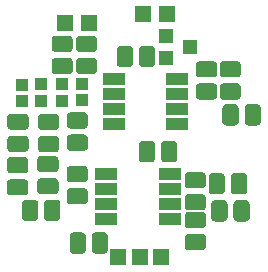
<source format=gts>
G04 #@! TF.GenerationSoftware,KiCad,Pcbnew,5.0.0*
G04 #@! TF.CreationDate,2018-09-10T00:09:20+02:00*
G04 #@! TF.ProjectId,preamp,707265616D702E6B696361645F706362,rev?*
G04 #@! TF.SameCoordinates,Original*
G04 #@! TF.FileFunction,Soldermask,Top*
G04 #@! TF.FilePolarity,Negative*
%FSLAX46Y46*%
G04 Gerber Fmt 4.6, Leading zero omitted, Abs format (unit mm)*
G04 Created by KiCad (PCBNEW 5.0.0) date Mon Sep 10 00:09:20 2018*
%MOMM*%
%LPD*%
G01*
G04 APERTURE LIST*
%ADD10C,0.100000*%
%ADD11C,1.375000*%
%ADD12R,1.300000X1.200000*%
%ADD13R,1.950000X1.000000*%
%ADD14R,1.400000X1.400000*%
%ADD15R,1.100000X1.000000*%
G04 APERTURE END LIST*
D10*
G04 #@! TO.C,C1*
G36*
X103383400Y-100206873D02*
X103416769Y-100211823D01*
X103449492Y-100220020D01*
X103481254Y-100231384D01*
X103511750Y-100245808D01*
X103540684Y-100263150D01*
X103567780Y-100283246D01*
X103592775Y-100305900D01*
X103615429Y-100330895D01*
X103635525Y-100357991D01*
X103652867Y-100386925D01*
X103667291Y-100417421D01*
X103678655Y-100449183D01*
X103686852Y-100481906D01*
X103691802Y-100515275D01*
X103693457Y-100548968D01*
X103693457Y-101661468D01*
X103691802Y-101695161D01*
X103686852Y-101728530D01*
X103678655Y-101761253D01*
X103667291Y-101793015D01*
X103652867Y-101823511D01*
X103635525Y-101852445D01*
X103615429Y-101879541D01*
X103592775Y-101904536D01*
X103567780Y-101927190D01*
X103540684Y-101947286D01*
X103511750Y-101964628D01*
X103481254Y-101979052D01*
X103449492Y-101990416D01*
X103416769Y-101998613D01*
X103383400Y-102003563D01*
X103349707Y-102005218D01*
X102662207Y-102005218D01*
X102628514Y-102003563D01*
X102595145Y-101998613D01*
X102562422Y-101990416D01*
X102530660Y-101979052D01*
X102500164Y-101964628D01*
X102471230Y-101947286D01*
X102444134Y-101927190D01*
X102419139Y-101904536D01*
X102396485Y-101879541D01*
X102376389Y-101852445D01*
X102359047Y-101823511D01*
X102344623Y-101793015D01*
X102333259Y-101761253D01*
X102325062Y-101728530D01*
X102320112Y-101695161D01*
X102318457Y-101661468D01*
X102318457Y-100548968D01*
X102320112Y-100515275D01*
X102325062Y-100481906D01*
X102333259Y-100449183D01*
X102344623Y-100417421D01*
X102359047Y-100386925D01*
X102376389Y-100357991D01*
X102396485Y-100330895D01*
X102419139Y-100305900D01*
X102444134Y-100283246D01*
X102471230Y-100263150D01*
X102500164Y-100245808D01*
X102530660Y-100231384D01*
X102562422Y-100220020D01*
X102595145Y-100211823D01*
X102628514Y-100206873D01*
X102662207Y-100205218D01*
X103349707Y-100205218D01*
X103383400Y-100206873D01*
X103383400Y-100206873D01*
G37*
D11*
X103005957Y-101105218D03*
D10*
G36*
X101508400Y-100206873D02*
X101541769Y-100211823D01*
X101574492Y-100220020D01*
X101606254Y-100231384D01*
X101636750Y-100245808D01*
X101665684Y-100263150D01*
X101692780Y-100283246D01*
X101717775Y-100305900D01*
X101740429Y-100330895D01*
X101760525Y-100357991D01*
X101777867Y-100386925D01*
X101792291Y-100417421D01*
X101803655Y-100449183D01*
X101811852Y-100481906D01*
X101816802Y-100515275D01*
X101818457Y-100548968D01*
X101818457Y-101661468D01*
X101816802Y-101695161D01*
X101811852Y-101728530D01*
X101803655Y-101761253D01*
X101792291Y-101793015D01*
X101777867Y-101823511D01*
X101760525Y-101852445D01*
X101740429Y-101879541D01*
X101717775Y-101904536D01*
X101692780Y-101927190D01*
X101665684Y-101947286D01*
X101636750Y-101964628D01*
X101606254Y-101979052D01*
X101574492Y-101990416D01*
X101541769Y-101998613D01*
X101508400Y-102003563D01*
X101474707Y-102005218D01*
X100787207Y-102005218D01*
X100753514Y-102003563D01*
X100720145Y-101998613D01*
X100687422Y-101990416D01*
X100655660Y-101979052D01*
X100625164Y-101964628D01*
X100596230Y-101947286D01*
X100569134Y-101927190D01*
X100544139Y-101904536D01*
X100521485Y-101879541D01*
X100501389Y-101852445D01*
X100484047Y-101823511D01*
X100469623Y-101793015D01*
X100458259Y-101761253D01*
X100450062Y-101728530D01*
X100445112Y-101695161D01*
X100443457Y-101661468D01*
X100443457Y-100548968D01*
X100445112Y-100515275D01*
X100450062Y-100481906D01*
X100458259Y-100449183D01*
X100469623Y-100417421D01*
X100484047Y-100386925D01*
X100501389Y-100357991D01*
X100521485Y-100330895D01*
X100544139Y-100305900D01*
X100569134Y-100283246D01*
X100596230Y-100263150D01*
X100625164Y-100245808D01*
X100655660Y-100231384D01*
X100687422Y-100220020D01*
X100720145Y-100211823D01*
X100753514Y-100206873D01*
X100787207Y-100205218D01*
X101474707Y-100205218D01*
X101508400Y-100206873D01*
X101508400Y-100206873D01*
G37*
D11*
X101130957Y-101105218D03*
G04 #@! TD*
D10*
G04 #@! TO.C,C2*
G36*
X90771200Y-101564673D02*
X90804569Y-101569623D01*
X90837292Y-101577820D01*
X90869054Y-101589184D01*
X90899550Y-101603608D01*
X90928484Y-101620950D01*
X90955580Y-101641046D01*
X90980575Y-101663700D01*
X91003229Y-101688695D01*
X91023325Y-101715791D01*
X91040667Y-101744725D01*
X91055091Y-101775221D01*
X91066455Y-101806983D01*
X91074652Y-101839706D01*
X91079602Y-101873075D01*
X91081257Y-101906768D01*
X91081257Y-102594268D01*
X91079602Y-102627961D01*
X91074652Y-102661330D01*
X91066455Y-102694053D01*
X91055091Y-102725815D01*
X91040667Y-102756311D01*
X91023325Y-102785245D01*
X91003229Y-102812341D01*
X90980575Y-102837336D01*
X90955580Y-102859990D01*
X90928484Y-102880086D01*
X90899550Y-102897428D01*
X90869054Y-102911852D01*
X90837292Y-102923216D01*
X90804569Y-102931413D01*
X90771200Y-102936363D01*
X90737507Y-102938018D01*
X89625007Y-102938018D01*
X89591314Y-102936363D01*
X89557945Y-102931413D01*
X89525222Y-102923216D01*
X89493460Y-102911852D01*
X89462964Y-102897428D01*
X89434030Y-102880086D01*
X89406934Y-102859990D01*
X89381939Y-102837336D01*
X89359285Y-102812341D01*
X89339189Y-102785245D01*
X89321847Y-102756311D01*
X89307423Y-102725815D01*
X89296059Y-102694053D01*
X89287862Y-102661330D01*
X89282912Y-102627961D01*
X89281257Y-102594268D01*
X89281257Y-101906768D01*
X89282912Y-101873075D01*
X89287862Y-101839706D01*
X89296059Y-101806983D01*
X89307423Y-101775221D01*
X89321847Y-101744725D01*
X89339189Y-101715791D01*
X89359285Y-101688695D01*
X89381939Y-101663700D01*
X89406934Y-101641046D01*
X89434030Y-101620950D01*
X89462964Y-101603608D01*
X89493460Y-101589184D01*
X89525222Y-101577820D01*
X89557945Y-101569623D01*
X89591314Y-101564673D01*
X89625007Y-101563018D01*
X90737507Y-101563018D01*
X90771200Y-101564673D01*
X90771200Y-101564673D01*
G37*
D11*
X90181257Y-102250518D03*
D10*
G36*
X90771200Y-103439673D02*
X90804569Y-103444623D01*
X90837292Y-103452820D01*
X90869054Y-103464184D01*
X90899550Y-103478608D01*
X90928484Y-103495950D01*
X90955580Y-103516046D01*
X90980575Y-103538700D01*
X91003229Y-103563695D01*
X91023325Y-103590791D01*
X91040667Y-103619725D01*
X91055091Y-103650221D01*
X91066455Y-103681983D01*
X91074652Y-103714706D01*
X91079602Y-103748075D01*
X91081257Y-103781768D01*
X91081257Y-104469268D01*
X91079602Y-104502961D01*
X91074652Y-104536330D01*
X91066455Y-104569053D01*
X91055091Y-104600815D01*
X91040667Y-104631311D01*
X91023325Y-104660245D01*
X91003229Y-104687341D01*
X90980575Y-104712336D01*
X90955580Y-104734990D01*
X90928484Y-104755086D01*
X90899550Y-104772428D01*
X90869054Y-104786852D01*
X90837292Y-104798216D01*
X90804569Y-104806413D01*
X90771200Y-104811363D01*
X90737507Y-104813018D01*
X89625007Y-104813018D01*
X89591314Y-104811363D01*
X89557945Y-104806413D01*
X89525222Y-104798216D01*
X89493460Y-104786852D01*
X89462964Y-104772428D01*
X89434030Y-104755086D01*
X89406934Y-104734990D01*
X89381939Y-104712336D01*
X89359285Y-104687341D01*
X89339189Y-104660245D01*
X89321847Y-104631311D01*
X89307423Y-104600815D01*
X89296059Y-104569053D01*
X89287862Y-104536330D01*
X89282912Y-104502961D01*
X89281257Y-104469268D01*
X89281257Y-103781768D01*
X89282912Y-103748075D01*
X89287862Y-103714706D01*
X89296059Y-103681983D01*
X89307423Y-103650221D01*
X89321847Y-103619725D01*
X89339189Y-103590791D01*
X89359285Y-103563695D01*
X89381939Y-103538700D01*
X89406934Y-103516046D01*
X89434030Y-103495950D01*
X89462964Y-103478608D01*
X89493460Y-103464184D01*
X89525222Y-103452820D01*
X89557945Y-103444623D01*
X89591314Y-103439673D01*
X89625007Y-103438018D01*
X90737507Y-103438018D01*
X90771200Y-103439673D01*
X90771200Y-103439673D01*
G37*
D11*
X90181257Y-104125518D03*
G04 #@! TD*
D10*
G04 #@! TO.C,C3*
G36*
X106761943Y-93448855D02*
X106795312Y-93453805D01*
X106828035Y-93462002D01*
X106859797Y-93473366D01*
X106890293Y-93487790D01*
X106919227Y-93505132D01*
X106946323Y-93525228D01*
X106971318Y-93547882D01*
X106993972Y-93572877D01*
X107014068Y-93599973D01*
X107031410Y-93628907D01*
X107045834Y-93659403D01*
X107057198Y-93691165D01*
X107065395Y-93723888D01*
X107070345Y-93757257D01*
X107072000Y-93790950D01*
X107072000Y-94478450D01*
X107070345Y-94512143D01*
X107065395Y-94545512D01*
X107057198Y-94578235D01*
X107045834Y-94609997D01*
X107031410Y-94640493D01*
X107014068Y-94669427D01*
X106993972Y-94696523D01*
X106971318Y-94721518D01*
X106946323Y-94744172D01*
X106919227Y-94764268D01*
X106890293Y-94781610D01*
X106859797Y-94796034D01*
X106828035Y-94807398D01*
X106795312Y-94815595D01*
X106761943Y-94820545D01*
X106728250Y-94822200D01*
X105615750Y-94822200D01*
X105582057Y-94820545D01*
X105548688Y-94815595D01*
X105515965Y-94807398D01*
X105484203Y-94796034D01*
X105453707Y-94781610D01*
X105424773Y-94764268D01*
X105397677Y-94744172D01*
X105372682Y-94721518D01*
X105350028Y-94696523D01*
X105329932Y-94669427D01*
X105312590Y-94640493D01*
X105298166Y-94609997D01*
X105286802Y-94578235D01*
X105278605Y-94545512D01*
X105273655Y-94512143D01*
X105272000Y-94478450D01*
X105272000Y-93790950D01*
X105273655Y-93757257D01*
X105278605Y-93723888D01*
X105286802Y-93691165D01*
X105298166Y-93659403D01*
X105312590Y-93628907D01*
X105329932Y-93599973D01*
X105350028Y-93572877D01*
X105372682Y-93547882D01*
X105397677Y-93525228D01*
X105424773Y-93505132D01*
X105453707Y-93487790D01*
X105484203Y-93473366D01*
X105515965Y-93462002D01*
X105548688Y-93453805D01*
X105582057Y-93448855D01*
X105615750Y-93447200D01*
X106728250Y-93447200D01*
X106761943Y-93448855D01*
X106761943Y-93448855D01*
G37*
D11*
X106172000Y-94134700D03*
D10*
G36*
X106761943Y-95323855D02*
X106795312Y-95328805D01*
X106828035Y-95337002D01*
X106859797Y-95348366D01*
X106890293Y-95362790D01*
X106919227Y-95380132D01*
X106946323Y-95400228D01*
X106971318Y-95422882D01*
X106993972Y-95447877D01*
X107014068Y-95474973D01*
X107031410Y-95503907D01*
X107045834Y-95534403D01*
X107057198Y-95566165D01*
X107065395Y-95598888D01*
X107070345Y-95632257D01*
X107072000Y-95665950D01*
X107072000Y-96353450D01*
X107070345Y-96387143D01*
X107065395Y-96420512D01*
X107057198Y-96453235D01*
X107045834Y-96484997D01*
X107031410Y-96515493D01*
X107014068Y-96544427D01*
X106993972Y-96571523D01*
X106971318Y-96596518D01*
X106946323Y-96619172D01*
X106919227Y-96639268D01*
X106890293Y-96656610D01*
X106859797Y-96671034D01*
X106828035Y-96682398D01*
X106795312Y-96690595D01*
X106761943Y-96695545D01*
X106728250Y-96697200D01*
X105615750Y-96697200D01*
X105582057Y-96695545D01*
X105548688Y-96690595D01*
X105515965Y-96682398D01*
X105484203Y-96671034D01*
X105453707Y-96656610D01*
X105424773Y-96639268D01*
X105397677Y-96619172D01*
X105372682Y-96596518D01*
X105350028Y-96571523D01*
X105329932Y-96544427D01*
X105312590Y-96515493D01*
X105298166Y-96484997D01*
X105286802Y-96453235D01*
X105278605Y-96420512D01*
X105273655Y-96387143D01*
X105272000Y-96353450D01*
X105272000Y-95665950D01*
X105273655Y-95632257D01*
X105278605Y-95598888D01*
X105286802Y-95566165D01*
X105298166Y-95534403D01*
X105312590Y-95503907D01*
X105329932Y-95474973D01*
X105350028Y-95447877D01*
X105372682Y-95422882D01*
X105397677Y-95400228D01*
X105424773Y-95380132D01*
X105453707Y-95362790D01*
X105484203Y-95348366D01*
X105515965Y-95337002D01*
X105548688Y-95328805D01*
X105582057Y-95323855D01*
X105615750Y-95322200D01*
X106728250Y-95322200D01*
X106761943Y-95323855D01*
X106761943Y-95323855D01*
G37*
D11*
X106172000Y-96009700D03*
G04 #@! TD*
D10*
G04 #@! TO.C,C4*
G36*
X95825800Y-97780073D02*
X95859169Y-97785023D01*
X95891892Y-97793220D01*
X95923654Y-97804584D01*
X95954150Y-97819008D01*
X95983084Y-97836350D01*
X96010180Y-97856446D01*
X96035175Y-97879100D01*
X96057829Y-97904095D01*
X96077925Y-97931191D01*
X96095267Y-97960125D01*
X96109691Y-97990621D01*
X96121055Y-98022383D01*
X96129252Y-98055106D01*
X96134202Y-98088475D01*
X96135857Y-98122168D01*
X96135857Y-98809668D01*
X96134202Y-98843361D01*
X96129252Y-98876730D01*
X96121055Y-98909453D01*
X96109691Y-98941215D01*
X96095267Y-98971711D01*
X96077925Y-99000645D01*
X96057829Y-99027741D01*
X96035175Y-99052736D01*
X96010180Y-99075390D01*
X95983084Y-99095486D01*
X95954150Y-99112828D01*
X95923654Y-99127252D01*
X95891892Y-99138616D01*
X95859169Y-99146813D01*
X95825800Y-99151763D01*
X95792107Y-99153418D01*
X94679607Y-99153418D01*
X94645914Y-99151763D01*
X94612545Y-99146813D01*
X94579822Y-99138616D01*
X94548060Y-99127252D01*
X94517564Y-99112828D01*
X94488630Y-99095486D01*
X94461534Y-99075390D01*
X94436539Y-99052736D01*
X94413885Y-99027741D01*
X94393789Y-99000645D01*
X94376447Y-98971711D01*
X94362023Y-98941215D01*
X94350659Y-98909453D01*
X94342462Y-98876730D01*
X94337512Y-98843361D01*
X94335857Y-98809668D01*
X94335857Y-98122168D01*
X94337512Y-98088475D01*
X94342462Y-98055106D01*
X94350659Y-98022383D01*
X94362023Y-97990621D01*
X94376447Y-97960125D01*
X94393789Y-97931191D01*
X94413885Y-97904095D01*
X94436539Y-97879100D01*
X94461534Y-97856446D01*
X94488630Y-97836350D01*
X94517564Y-97819008D01*
X94548060Y-97804584D01*
X94579822Y-97793220D01*
X94612545Y-97785023D01*
X94645914Y-97780073D01*
X94679607Y-97778418D01*
X95792107Y-97778418D01*
X95825800Y-97780073D01*
X95825800Y-97780073D01*
G37*
D11*
X95235857Y-98465918D03*
D10*
G36*
X95825800Y-99655073D02*
X95859169Y-99660023D01*
X95891892Y-99668220D01*
X95923654Y-99679584D01*
X95954150Y-99694008D01*
X95983084Y-99711350D01*
X96010180Y-99731446D01*
X96035175Y-99754100D01*
X96057829Y-99779095D01*
X96077925Y-99806191D01*
X96095267Y-99835125D01*
X96109691Y-99865621D01*
X96121055Y-99897383D01*
X96129252Y-99930106D01*
X96134202Y-99963475D01*
X96135857Y-99997168D01*
X96135857Y-100684668D01*
X96134202Y-100718361D01*
X96129252Y-100751730D01*
X96121055Y-100784453D01*
X96109691Y-100816215D01*
X96095267Y-100846711D01*
X96077925Y-100875645D01*
X96057829Y-100902741D01*
X96035175Y-100927736D01*
X96010180Y-100950390D01*
X95983084Y-100970486D01*
X95954150Y-100987828D01*
X95923654Y-101002252D01*
X95891892Y-101013616D01*
X95859169Y-101021813D01*
X95825800Y-101026763D01*
X95792107Y-101028418D01*
X94679607Y-101028418D01*
X94645914Y-101026763D01*
X94612545Y-101021813D01*
X94579822Y-101013616D01*
X94548060Y-101002252D01*
X94517564Y-100987828D01*
X94488630Y-100970486D01*
X94461534Y-100950390D01*
X94436539Y-100927736D01*
X94413885Y-100902741D01*
X94393789Y-100875645D01*
X94376447Y-100846711D01*
X94362023Y-100816215D01*
X94350659Y-100784453D01*
X94342462Y-100751730D01*
X94337512Y-100718361D01*
X94335857Y-100684668D01*
X94335857Y-99997168D01*
X94337512Y-99963475D01*
X94342462Y-99930106D01*
X94350659Y-99897383D01*
X94362023Y-99865621D01*
X94376447Y-99835125D01*
X94393789Y-99806191D01*
X94413885Y-99779095D01*
X94436539Y-99754100D01*
X94461534Y-99731446D01*
X94488630Y-99711350D01*
X94517564Y-99694008D01*
X94548060Y-99679584D01*
X94579822Y-99668220D01*
X94612545Y-99660023D01*
X94645914Y-99655073D01*
X94679607Y-99653418D01*
X95792107Y-99653418D01*
X95825800Y-99655073D01*
X95825800Y-99655073D01*
G37*
D11*
X95235857Y-100340918D03*
G04 #@! TD*
D10*
G04 #@! TO.C,C5*
G36*
X93336600Y-103340373D02*
X93369969Y-103345323D01*
X93402692Y-103353520D01*
X93434454Y-103364884D01*
X93464950Y-103379308D01*
X93493884Y-103396650D01*
X93520980Y-103416746D01*
X93545975Y-103439400D01*
X93568629Y-103464395D01*
X93588725Y-103491491D01*
X93606067Y-103520425D01*
X93620491Y-103550921D01*
X93631855Y-103582683D01*
X93640052Y-103615406D01*
X93645002Y-103648775D01*
X93646657Y-103682468D01*
X93646657Y-104369968D01*
X93645002Y-104403661D01*
X93640052Y-104437030D01*
X93631855Y-104469753D01*
X93620491Y-104501515D01*
X93606067Y-104532011D01*
X93588725Y-104560945D01*
X93568629Y-104588041D01*
X93545975Y-104613036D01*
X93520980Y-104635690D01*
X93493884Y-104655786D01*
X93464950Y-104673128D01*
X93434454Y-104687552D01*
X93402692Y-104698916D01*
X93369969Y-104707113D01*
X93336600Y-104712063D01*
X93302907Y-104713718D01*
X92190407Y-104713718D01*
X92156714Y-104712063D01*
X92123345Y-104707113D01*
X92090622Y-104698916D01*
X92058860Y-104687552D01*
X92028364Y-104673128D01*
X91999430Y-104655786D01*
X91972334Y-104635690D01*
X91947339Y-104613036D01*
X91924685Y-104588041D01*
X91904589Y-104560945D01*
X91887247Y-104532011D01*
X91872823Y-104501515D01*
X91861459Y-104469753D01*
X91853262Y-104437030D01*
X91848312Y-104403661D01*
X91846657Y-104369968D01*
X91846657Y-103682468D01*
X91848312Y-103648775D01*
X91853262Y-103615406D01*
X91861459Y-103582683D01*
X91872823Y-103550921D01*
X91887247Y-103520425D01*
X91904589Y-103491491D01*
X91924685Y-103464395D01*
X91947339Y-103439400D01*
X91972334Y-103416746D01*
X91999430Y-103396650D01*
X92028364Y-103379308D01*
X92058860Y-103364884D01*
X92090622Y-103353520D01*
X92123345Y-103345323D01*
X92156714Y-103340373D01*
X92190407Y-103338718D01*
X93302907Y-103338718D01*
X93336600Y-103340373D01*
X93336600Y-103340373D01*
G37*
D11*
X92746657Y-104026218D03*
D10*
G36*
X93336600Y-101465373D02*
X93369969Y-101470323D01*
X93402692Y-101478520D01*
X93434454Y-101489884D01*
X93464950Y-101504308D01*
X93493884Y-101521650D01*
X93520980Y-101541746D01*
X93545975Y-101564400D01*
X93568629Y-101589395D01*
X93588725Y-101616491D01*
X93606067Y-101645425D01*
X93620491Y-101675921D01*
X93631855Y-101707683D01*
X93640052Y-101740406D01*
X93645002Y-101773775D01*
X93646657Y-101807468D01*
X93646657Y-102494968D01*
X93645002Y-102528661D01*
X93640052Y-102562030D01*
X93631855Y-102594753D01*
X93620491Y-102626515D01*
X93606067Y-102657011D01*
X93588725Y-102685945D01*
X93568629Y-102713041D01*
X93545975Y-102738036D01*
X93520980Y-102760690D01*
X93493884Y-102780786D01*
X93464950Y-102798128D01*
X93434454Y-102812552D01*
X93402692Y-102823916D01*
X93369969Y-102832113D01*
X93336600Y-102837063D01*
X93302907Y-102838718D01*
X92190407Y-102838718D01*
X92156714Y-102837063D01*
X92123345Y-102832113D01*
X92090622Y-102823916D01*
X92058860Y-102812552D01*
X92028364Y-102798128D01*
X91999430Y-102780786D01*
X91972334Y-102760690D01*
X91947339Y-102738036D01*
X91924685Y-102713041D01*
X91904589Y-102685945D01*
X91887247Y-102657011D01*
X91872823Y-102626515D01*
X91861459Y-102594753D01*
X91853262Y-102562030D01*
X91848312Y-102528661D01*
X91846657Y-102494968D01*
X91846657Y-101807468D01*
X91848312Y-101773775D01*
X91853262Y-101740406D01*
X91861459Y-101707683D01*
X91872823Y-101675921D01*
X91887247Y-101645425D01*
X91904589Y-101616491D01*
X91924685Y-101589395D01*
X91947339Y-101564400D01*
X91972334Y-101541746D01*
X91999430Y-101521650D01*
X92028364Y-101504308D01*
X92058860Y-101489884D01*
X92090622Y-101478520D01*
X92123345Y-101470323D01*
X92156714Y-101465373D01*
X92190407Y-101463718D01*
X93302907Y-101463718D01*
X93336600Y-101465373D01*
X93336600Y-101465373D01*
G37*
D11*
X92746657Y-102151218D03*
G04 #@! TD*
D10*
G04 #@! TO.C,C6*
G36*
X101517943Y-92141855D02*
X101551312Y-92146805D01*
X101584035Y-92155002D01*
X101615797Y-92166366D01*
X101646293Y-92180790D01*
X101675227Y-92198132D01*
X101702323Y-92218228D01*
X101727318Y-92240882D01*
X101749972Y-92265877D01*
X101770068Y-92292973D01*
X101787410Y-92321907D01*
X101801834Y-92352403D01*
X101813198Y-92384165D01*
X101821395Y-92416888D01*
X101826345Y-92450257D01*
X101828000Y-92483950D01*
X101828000Y-93596450D01*
X101826345Y-93630143D01*
X101821395Y-93663512D01*
X101813198Y-93696235D01*
X101801834Y-93727997D01*
X101787410Y-93758493D01*
X101770068Y-93787427D01*
X101749972Y-93814523D01*
X101727318Y-93839518D01*
X101702323Y-93862172D01*
X101675227Y-93882268D01*
X101646293Y-93899610D01*
X101615797Y-93914034D01*
X101584035Y-93925398D01*
X101551312Y-93933595D01*
X101517943Y-93938545D01*
X101484250Y-93940200D01*
X100796750Y-93940200D01*
X100763057Y-93938545D01*
X100729688Y-93933595D01*
X100696965Y-93925398D01*
X100665203Y-93914034D01*
X100634707Y-93899610D01*
X100605773Y-93882268D01*
X100578677Y-93862172D01*
X100553682Y-93839518D01*
X100531028Y-93814523D01*
X100510932Y-93787427D01*
X100493590Y-93758493D01*
X100479166Y-93727997D01*
X100467802Y-93696235D01*
X100459605Y-93663512D01*
X100454655Y-93630143D01*
X100453000Y-93596450D01*
X100453000Y-92483950D01*
X100454655Y-92450257D01*
X100459605Y-92416888D01*
X100467802Y-92384165D01*
X100479166Y-92352403D01*
X100493590Y-92321907D01*
X100510932Y-92292973D01*
X100531028Y-92265877D01*
X100553682Y-92240882D01*
X100578677Y-92218228D01*
X100605773Y-92198132D01*
X100634707Y-92180790D01*
X100665203Y-92166366D01*
X100696965Y-92155002D01*
X100729688Y-92146805D01*
X100763057Y-92141855D01*
X100796750Y-92140200D01*
X101484250Y-92140200D01*
X101517943Y-92141855D01*
X101517943Y-92141855D01*
G37*
D11*
X101140500Y-93040200D03*
D10*
G36*
X99642943Y-92141855D02*
X99676312Y-92146805D01*
X99709035Y-92155002D01*
X99740797Y-92166366D01*
X99771293Y-92180790D01*
X99800227Y-92198132D01*
X99827323Y-92218228D01*
X99852318Y-92240882D01*
X99874972Y-92265877D01*
X99895068Y-92292973D01*
X99912410Y-92321907D01*
X99926834Y-92352403D01*
X99938198Y-92384165D01*
X99946395Y-92416888D01*
X99951345Y-92450257D01*
X99953000Y-92483950D01*
X99953000Y-93596450D01*
X99951345Y-93630143D01*
X99946395Y-93663512D01*
X99938198Y-93696235D01*
X99926834Y-93727997D01*
X99912410Y-93758493D01*
X99895068Y-93787427D01*
X99874972Y-93814523D01*
X99852318Y-93839518D01*
X99827323Y-93862172D01*
X99800227Y-93882268D01*
X99771293Y-93899610D01*
X99740797Y-93914034D01*
X99709035Y-93925398D01*
X99676312Y-93933595D01*
X99642943Y-93938545D01*
X99609250Y-93940200D01*
X98921750Y-93940200D01*
X98888057Y-93938545D01*
X98854688Y-93933595D01*
X98821965Y-93925398D01*
X98790203Y-93914034D01*
X98759707Y-93899610D01*
X98730773Y-93882268D01*
X98703677Y-93862172D01*
X98678682Y-93839518D01*
X98656028Y-93814523D01*
X98635932Y-93787427D01*
X98618590Y-93758493D01*
X98604166Y-93727997D01*
X98592802Y-93696235D01*
X98584605Y-93663512D01*
X98579655Y-93630143D01*
X98578000Y-93596450D01*
X98578000Y-92483950D01*
X98579655Y-92450257D01*
X98584605Y-92416888D01*
X98592802Y-92384165D01*
X98604166Y-92352403D01*
X98618590Y-92321907D01*
X98635932Y-92292973D01*
X98656028Y-92265877D01*
X98678682Y-92240882D01*
X98703677Y-92218228D01*
X98730773Y-92198132D01*
X98759707Y-92180790D01*
X98790203Y-92166366D01*
X98821965Y-92155002D01*
X98854688Y-92146805D01*
X98888057Y-92141855D01*
X98921750Y-92140200D01*
X99609250Y-92140200D01*
X99642943Y-92141855D01*
X99642943Y-92141855D01*
G37*
D11*
X99265500Y-93040200D03*
G04 #@! TD*
D10*
G04 #@! TO.C,C7*
G36*
X97517443Y-107940655D02*
X97550812Y-107945605D01*
X97583535Y-107953802D01*
X97615297Y-107965166D01*
X97645793Y-107979590D01*
X97674727Y-107996932D01*
X97701823Y-108017028D01*
X97726818Y-108039682D01*
X97749472Y-108064677D01*
X97769568Y-108091773D01*
X97786910Y-108120707D01*
X97801334Y-108151203D01*
X97812698Y-108182965D01*
X97820895Y-108215688D01*
X97825845Y-108249057D01*
X97827500Y-108282750D01*
X97827500Y-109395250D01*
X97825845Y-109428943D01*
X97820895Y-109462312D01*
X97812698Y-109495035D01*
X97801334Y-109526797D01*
X97786910Y-109557293D01*
X97769568Y-109586227D01*
X97749472Y-109613323D01*
X97726818Y-109638318D01*
X97701823Y-109660972D01*
X97674727Y-109681068D01*
X97645793Y-109698410D01*
X97615297Y-109712834D01*
X97583535Y-109724198D01*
X97550812Y-109732395D01*
X97517443Y-109737345D01*
X97483750Y-109739000D01*
X96796250Y-109739000D01*
X96762557Y-109737345D01*
X96729188Y-109732395D01*
X96696465Y-109724198D01*
X96664703Y-109712834D01*
X96634207Y-109698410D01*
X96605273Y-109681068D01*
X96578177Y-109660972D01*
X96553182Y-109638318D01*
X96530528Y-109613323D01*
X96510432Y-109586227D01*
X96493090Y-109557293D01*
X96478666Y-109526797D01*
X96467302Y-109495035D01*
X96459105Y-109462312D01*
X96454155Y-109428943D01*
X96452500Y-109395250D01*
X96452500Y-108282750D01*
X96454155Y-108249057D01*
X96459105Y-108215688D01*
X96467302Y-108182965D01*
X96478666Y-108151203D01*
X96493090Y-108120707D01*
X96510432Y-108091773D01*
X96530528Y-108064677D01*
X96553182Y-108039682D01*
X96578177Y-108017028D01*
X96605273Y-107996932D01*
X96634207Y-107979590D01*
X96664703Y-107965166D01*
X96696465Y-107953802D01*
X96729188Y-107945605D01*
X96762557Y-107940655D01*
X96796250Y-107939000D01*
X97483750Y-107939000D01*
X97517443Y-107940655D01*
X97517443Y-107940655D01*
G37*
D11*
X97140000Y-108839000D03*
D10*
G36*
X95642443Y-107940655D02*
X95675812Y-107945605D01*
X95708535Y-107953802D01*
X95740297Y-107965166D01*
X95770793Y-107979590D01*
X95799727Y-107996932D01*
X95826823Y-108017028D01*
X95851818Y-108039682D01*
X95874472Y-108064677D01*
X95894568Y-108091773D01*
X95911910Y-108120707D01*
X95926334Y-108151203D01*
X95937698Y-108182965D01*
X95945895Y-108215688D01*
X95950845Y-108249057D01*
X95952500Y-108282750D01*
X95952500Y-109395250D01*
X95950845Y-109428943D01*
X95945895Y-109462312D01*
X95937698Y-109495035D01*
X95926334Y-109526797D01*
X95911910Y-109557293D01*
X95894568Y-109586227D01*
X95874472Y-109613323D01*
X95851818Y-109638318D01*
X95826823Y-109660972D01*
X95799727Y-109681068D01*
X95770793Y-109698410D01*
X95740297Y-109712834D01*
X95708535Y-109724198D01*
X95675812Y-109732395D01*
X95642443Y-109737345D01*
X95608750Y-109739000D01*
X94921250Y-109739000D01*
X94887557Y-109737345D01*
X94854188Y-109732395D01*
X94821465Y-109724198D01*
X94789703Y-109712834D01*
X94759207Y-109698410D01*
X94730273Y-109681068D01*
X94703177Y-109660972D01*
X94678182Y-109638318D01*
X94655528Y-109613323D01*
X94635432Y-109586227D01*
X94618090Y-109557293D01*
X94603666Y-109526797D01*
X94592302Y-109495035D01*
X94584105Y-109462312D01*
X94579155Y-109428943D01*
X94577500Y-109395250D01*
X94577500Y-108282750D01*
X94579155Y-108249057D01*
X94584105Y-108215688D01*
X94592302Y-108182965D01*
X94603666Y-108151203D01*
X94618090Y-108120707D01*
X94635432Y-108091773D01*
X94655528Y-108064677D01*
X94678182Y-108039682D01*
X94703177Y-108017028D01*
X94730273Y-107996932D01*
X94759207Y-107979590D01*
X94789703Y-107965166D01*
X94821465Y-107953802D01*
X94854188Y-107945605D01*
X94887557Y-107940655D01*
X94921250Y-107939000D01*
X95608750Y-107939000D01*
X95642443Y-107940655D01*
X95642443Y-107940655D01*
G37*
D11*
X95265000Y-108839000D03*
G04 #@! TD*
D10*
G04 #@! TO.C,C8*
G36*
X109518943Y-105222855D02*
X109552312Y-105227805D01*
X109585035Y-105236002D01*
X109616797Y-105247366D01*
X109647293Y-105261790D01*
X109676227Y-105279132D01*
X109703323Y-105299228D01*
X109728318Y-105321882D01*
X109750972Y-105346877D01*
X109771068Y-105373973D01*
X109788410Y-105402907D01*
X109802834Y-105433403D01*
X109814198Y-105465165D01*
X109822395Y-105497888D01*
X109827345Y-105531257D01*
X109829000Y-105564950D01*
X109829000Y-106677450D01*
X109827345Y-106711143D01*
X109822395Y-106744512D01*
X109814198Y-106777235D01*
X109802834Y-106808997D01*
X109788410Y-106839493D01*
X109771068Y-106868427D01*
X109750972Y-106895523D01*
X109728318Y-106920518D01*
X109703323Y-106943172D01*
X109676227Y-106963268D01*
X109647293Y-106980610D01*
X109616797Y-106995034D01*
X109585035Y-107006398D01*
X109552312Y-107014595D01*
X109518943Y-107019545D01*
X109485250Y-107021200D01*
X108797750Y-107021200D01*
X108764057Y-107019545D01*
X108730688Y-107014595D01*
X108697965Y-107006398D01*
X108666203Y-106995034D01*
X108635707Y-106980610D01*
X108606773Y-106963268D01*
X108579677Y-106943172D01*
X108554682Y-106920518D01*
X108532028Y-106895523D01*
X108511932Y-106868427D01*
X108494590Y-106839493D01*
X108480166Y-106808997D01*
X108468802Y-106777235D01*
X108460605Y-106744512D01*
X108455655Y-106711143D01*
X108454000Y-106677450D01*
X108454000Y-105564950D01*
X108455655Y-105531257D01*
X108460605Y-105497888D01*
X108468802Y-105465165D01*
X108480166Y-105433403D01*
X108494590Y-105402907D01*
X108511932Y-105373973D01*
X108532028Y-105346877D01*
X108554682Y-105321882D01*
X108579677Y-105299228D01*
X108606773Y-105279132D01*
X108635707Y-105261790D01*
X108666203Y-105247366D01*
X108697965Y-105236002D01*
X108730688Y-105227805D01*
X108764057Y-105222855D01*
X108797750Y-105221200D01*
X109485250Y-105221200D01*
X109518943Y-105222855D01*
X109518943Y-105222855D01*
G37*
D11*
X109141500Y-106121200D03*
D10*
G36*
X107643943Y-105222855D02*
X107677312Y-105227805D01*
X107710035Y-105236002D01*
X107741797Y-105247366D01*
X107772293Y-105261790D01*
X107801227Y-105279132D01*
X107828323Y-105299228D01*
X107853318Y-105321882D01*
X107875972Y-105346877D01*
X107896068Y-105373973D01*
X107913410Y-105402907D01*
X107927834Y-105433403D01*
X107939198Y-105465165D01*
X107947395Y-105497888D01*
X107952345Y-105531257D01*
X107954000Y-105564950D01*
X107954000Y-106677450D01*
X107952345Y-106711143D01*
X107947395Y-106744512D01*
X107939198Y-106777235D01*
X107927834Y-106808997D01*
X107913410Y-106839493D01*
X107896068Y-106868427D01*
X107875972Y-106895523D01*
X107853318Y-106920518D01*
X107828323Y-106943172D01*
X107801227Y-106963268D01*
X107772293Y-106980610D01*
X107741797Y-106995034D01*
X107710035Y-107006398D01*
X107677312Y-107014595D01*
X107643943Y-107019545D01*
X107610250Y-107021200D01*
X106922750Y-107021200D01*
X106889057Y-107019545D01*
X106855688Y-107014595D01*
X106822965Y-107006398D01*
X106791203Y-106995034D01*
X106760707Y-106980610D01*
X106731773Y-106963268D01*
X106704677Y-106943172D01*
X106679682Y-106920518D01*
X106657028Y-106895523D01*
X106636932Y-106868427D01*
X106619590Y-106839493D01*
X106605166Y-106808997D01*
X106593802Y-106777235D01*
X106585605Y-106744512D01*
X106580655Y-106711143D01*
X106579000Y-106677450D01*
X106579000Y-105564950D01*
X106580655Y-105531257D01*
X106585605Y-105497888D01*
X106593802Y-105465165D01*
X106605166Y-105433403D01*
X106619590Y-105402907D01*
X106636932Y-105373973D01*
X106657028Y-105346877D01*
X106679682Y-105321882D01*
X106704677Y-105299228D01*
X106731773Y-105279132D01*
X106760707Y-105261790D01*
X106791203Y-105247366D01*
X106822965Y-105236002D01*
X106855688Y-105227805D01*
X106889057Y-105222855D01*
X106922750Y-105221200D01*
X107610250Y-105221200D01*
X107643943Y-105222855D01*
X107643943Y-105222855D01*
G37*
D11*
X107266500Y-106121200D03*
G04 #@! TD*
D12*
G04 #@! TO.C,Q1*
X102759000Y-91302800D03*
X102759000Y-93202800D03*
X104759000Y-92252800D03*
G04 #@! TD*
D10*
G04 #@! TO.C,R1*
G36*
X96601943Y-91289855D02*
X96635312Y-91294805D01*
X96668035Y-91303002D01*
X96699797Y-91314366D01*
X96730293Y-91328790D01*
X96759227Y-91346132D01*
X96786323Y-91366228D01*
X96811318Y-91388882D01*
X96833972Y-91413877D01*
X96854068Y-91440973D01*
X96871410Y-91469907D01*
X96885834Y-91500403D01*
X96897198Y-91532165D01*
X96905395Y-91564888D01*
X96910345Y-91598257D01*
X96912000Y-91631950D01*
X96912000Y-92319450D01*
X96910345Y-92353143D01*
X96905395Y-92386512D01*
X96897198Y-92419235D01*
X96885834Y-92450997D01*
X96871410Y-92481493D01*
X96854068Y-92510427D01*
X96833972Y-92537523D01*
X96811318Y-92562518D01*
X96786323Y-92585172D01*
X96759227Y-92605268D01*
X96730293Y-92622610D01*
X96699797Y-92637034D01*
X96668035Y-92648398D01*
X96635312Y-92656595D01*
X96601943Y-92661545D01*
X96568250Y-92663200D01*
X95455750Y-92663200D01*
X95422057Y-92661545D01*
X95388688Y-92656595D01*
X95355965Y-92648398D01*
X95324203Y-92637034D01*
X95293707Y-92622610D01*
X95264773Y-92605268D01*
X95237677Y-92585172D01*
X95212682Y-92562518D01*
X95190028Y-92537523D01*
X95169932Y-92510427D01*
X95152590Y-92481493D01*
X95138166Y-92450997D01*
X95126802Y-92419235D01*
X95118605Y-92386512D01*
X95113655Y-92353143D01*
X95112000Y-92319450D01*
X95112000Y-91631950D01*
X95113655Y-91598257D01*
X95118605Y-91564888D01*
X95126802Y-91532165D01*
X95138166Y-91500403D01*
X95152590Y-91469907D01*
X95169932Y-91440973D01*
X95190028Y-91413877D01*
X95212682Y-91388882D01*
X95237677Y-91366228D01*
X95264773Y-91346132D01*
X95293707Y-91328790D01*
X95324203Y-91314366D01*
X95355965Y-91303002D01*
X95388688Y-91294805D01*
X95422057Y-91289855D01*
X95455750Y-91288200D01*
X96568250Y-91288200D01*
X96601943Y-91289855D01*
X96601943Y-91289855D01*
G37*
D11*
X96012000Y-91975700D03*
D10*
G36*
X96601943Y-93164855D02*
X96635312Y-93169805D01*
X96668035Y-93178002D01*
X96699797Y-93189366D01*
X96730293Y-93203790D01*
X96759227Y-93221132D01*
X96786323Y-93241228D01*
X96811318Y-93263882D01*
X96833972Y-93288877D01*
X96854068Y-93315973D01*
X96871410Y-93344907D01*
X96885834Y-93375403D01*
X96897198Y-93407165D01*
X96905395Y-93439888D01*
X96910345Y-93473257D01*
X96912000Y-93506950D01*
X96912000Y-94194450D01*
X96910345Y-94228143D01*
X96905395Y-94261512D01*
X96897198Y-94294235D01*
X96885834Y-94325997D01*
X96871410Y-94356493D01*
X96854068Y-94385427D01*
X96833972Y-94412523D01*
X96811318Y-94437518D01*
X96786323Y-94460172D01*
X96759227Y-94480268D01*
X96730293Y-94497610D01*
X96699797Y-94512034D01*
X96668035Y-94523398D01*
X96635312Y-94531595D01*
X96601943Y-94536545D01*
X96568250Y-94538200D01*
X95455750Y-94538200D01*
X95422057Y-94536545D01*
X95388688Y-94531595D01*
X95355965Y-94523398D01*
X95324203Y-94512034D01*
X95293707Y-94497610D01*
X95264773Y-94480268D01*
X95237677Y-94460172D01*
X95212682Y-94437518D01*
X95190028Y-94412523D01*
X95169932Y-94385427D01*
X95152590Y-94356493D01*
X95138166Y-94325997D01*
X95126802Y-94294235D01*
X95118605Y-94261512D01*
X95113655Y-94228143D01*
X95112000Y-94194450D01*
X95112000Y-93506950D01*
X95113655Y-93473257D01*
X95118605Y-93439888D01*
X95126802Y-93407165D01*
X95138166Y-93375403D01*
X95152590Y-93344907D01*
X95169932Y-93315973D01*
X95190028Y-93288877D01*
X95212682Y-93263882D01*
X95237677Y-93241228D01*
X95264773Y-93221132D01*
X95293707Y-93203790D01*
X95324203Y-93189366D01*
X95355965Y-93178002D01*
X95388688Y-93169805D01*
X95422057Y-93164855D01*
X95455750Y-93163200D01*
X96568250Y-93163200D01*
X96601943Y-93164855D01*
X96601943Y-93164855D01*
G37*
D11*
X96012000Y-93850700D03*
G04 #@! TD*
D10*
G04 #@! TO.C,R2*
G36*
X94544543Y-93164855D02*
X94577912Y-93169805D01*
X94610635Y-93178002D01*
X94642397Y-93189366D01*
X94672893Y-93203790D01*
X94701827Y-93221132D01*
X94728923Y-93241228D01*
X94753918Y-93263882D01*
X94776572Y-93288877D01*
X94796668Y-93315973D01*
X94814010Y-93344907D01*
X94828434Y-93375403D01*
X94839798Y-93407165D01*
X94847995Y-93439888D01*
X94852945Y-93473257D01*
X94854600Y-93506950D01*
X94854600Y-94194450D01*
X94852945Y-94228143D01*
X94847995Y-94261512D01*
X94839798Y-94294235D01*
X94828434Y-94325997D01*
X94814010Y-94356493D01*
X94796668Y-94385427D01*
X94776572Y-94412523D01*
X94753918Y-94437518D01*
X94728923Y-94460172D01*
X94701827Y-94480268D01*
X94672893Y-94497610D01*
X94642397Y-94512034D01*
X94610635Y-94523398D01*
X94577912Y-94531595D01*
X94544543Y-94536545D01*
X94510850Y-94538200D01*
X93398350Y-94538200D01*
X93364657Y-94536545D01*
X93331288Y-94531595D01*
X93298565Y-94523398D01*
X93266803Y-94512034D01*
X93236307Y-94497610D01*
X93207373Y-94480268D01*
X93180277Y-94460172D01*
X93155282Y-94437518D01*
X93132628Y-94412523D01*
X93112532Y-94385427D01*
X93095190Y-94356493D01*
X93080766Y-94325997D01*
X93069402Y-94294235D01*
X93061205Y-94261512D01*
X93056255Y-94228143D01*
X93054600Y-94194450D01*
X93054600Y-93506950D01*
X93056255Y-93473257D01*
X93061205Y-93439888D01*
X93069402Y-93407165D01*
X93080766Y-93375403D01*
X93095190Y-93344907D01*
X93112532Y-93315973D01*
X93132628Y-93288877D01*
X93155282Y-93263882D01*
X93180277Y-93241228D01*
X93207373Y-93221132D01*
X93236307Y-93203790D01*
X93266803Y-93189366D01*
X93298565Y-93178002D01*
X93331288Y-93169805D01*
X93364657Y-93164855D01*
X93398350Y-93163200D01*
X94510850Y-93163200D01*
X94544543Y-93164855D01*
X94544543Y-93164855D01*
G37*
D11*
X93954600Y-93850700D03*
D10*
G36*
X94544543Y-91289855D02*
X94577912Y-91294805D01*
X94610635Y-91303002D01*
X94642397Y-91314366D01*
X94672893Y-91328790D01*
X94701827Y-91346132D01*
X94728923Y-91366228D01*
X94753918Y-91388882D01*
X94776572Y-91413877D01*
X94796668Y-91440973D01*
X94814010Y-91469907D01*
X94828434Y-91500403D01*
X94839798Y-91532165D01*
X94847995Y-91564888D01*
X94852945Y-91598257D01*
X94854600Y-91631950D01*
X94854600Y-92319450D01*
X94852945Y-92353143D01*
X94847995Y-92386512D01*
X94839798Y-92419235D01*
X94828434Y-92450997D01*
X94814010Y-92481493D01*
X94796668Y-92510427D01*
X94776572Y-92537523D01*
X94753918Y-92562518D01*
X94728923Y-92585172D01*
X94701827Y-92605268D01*
X94672893Y-92622610D01*
X94642397Y-92637034D01*
X94610635Y-92648398D01*
X94577912Y-92656595D01*
X94544543Y-92661545D01*
X94510850Y-92663200D01*
X93398350Y-92663200D01*
X93364657Y-92661545D01*
X93331288Y-92656595D01*
X93298565Y-92648398D01*
X93266803Y-92637034D01*
X93236307Y-92622610D01*
X93207373Y-92605268D01*
X93180277Y-92585172D01*
X93155282Y-92562518D01*
X93132628Y-92537523D01*
X93112532Y-92510427D01*
X93095190Y-92481493D01*
X93080766Y-92450997D01*
X93069402Y-92419235D01*
X93061205Y-92386512D01*
X93056255Y-92353143D01*
X93054600Y-92319450D01*
X93054600Y-91631950D01*
X93056255Y-91598257D01*
X93061205Y-91564888D01*
X93069402Y-91532165D01*
X93080766Y-91500403D01*
X93095190Y-91469907D01*
X93112532Y-91440973D01*
X93132628Y-91413877D01*
X93155282Y-91388882D01*
X93180277Y-91366228D01*
X93207373Y-91346132D01*
X93236307Y-91328790D01*
X93266803Y-91314366D01*
X93298565Y-91303002D01*
X93331288Y-91294805D01*
X93364657Y-91289855D01*
X93398350Y-91288200D01*
X94510850Y-91288200D01*
X94544543Y-91289855D01*
X94544543Y-91289855D01*
G37*
D11*
X93954600Y-91975700D03*
G04 #@! TD*
D10*
G04 #@! TO.C,R3*
G36*
X110458743Y-97094855D02*
X110492112Y-97099805D01*
X110524835Y-97108002D01*
X110556597Y-97119366D01*
X110587093Y-97133790D01*
X110616027Y-97151132D01*
X110643123Y-97171228D01*
X110668118Y-97193882D01*
X110690772Y-97218877D01*
X110710868Y-97245973D01*
X110728210Y-97274907D01*
X110742634Y-97305403D01*
X110753998Y-97337165D01*
X110762195Y-97369888D01*
X110767145Y-97403257D01*
X110768800Y-97436950D01*
X110768800Y-98549450D01*
X110767145Y-98583143D01*
X110762195Y-98616512D01*
X110753998Y-98649235D01*
X110742634Y-98680997D01*
X110728210Y-98711493D01*
X110710868Y-98740427D01*
X110690772Y-98767523D01*
X110668118Y-98792518D01*
X110643123Y-98815172D01*
X110616027Y-98835268D01*
X110587093Y-98852610D01*
X110556597Y-98867034D01*
X110524835Y-98878398D01*
X110492112Y-98886595D01*
X110458743Y-98891545D01*
X110425050Y-98893200D01*
X109737550Y-98893200D01*
X109703857Y-98891545D01*
X109670488Y-98886595D01*
X109637765Y-98878398D01*
X109606003Y-98867034D01*
X109575507Y-98852610D01*
X109546573Y-98835268D01*
X109519477Y-98815172D01*
X109494482Y-98792518D01*
X109471828Y-98767523D01*
X109451732Y-98740427D01*
X109434390Y-98711493D01*
X109419966Y-98680997D01*
X109408602Y-98649235D01*
X109400405Y-98616512D01*
X109395455Y-98583143D01*
X109393800Y-98549450D01*
X109393800Y-97436950D01*
X109395455Y-97403257D01*
X109400405Y-97369888D01*
X109408602Y-97337165D01*
X109419966Y-97305403D01*
X109434390Y-97274907D01*
X109451732Y-97245973D01*
X109471828Y-97218877D01*
X109494482Y-97193882D01*
X109519477Y-97171228D01*
X109546573Y-97151132D01*
X109575507Y-97133790D01*
X109606003Y-97119366D01*
X109637765Y-97108002D01*
X109670488Y-97099805D01*
X109703857Y-97094855D01*
X109737550Y-97093200D01*
X110425050Y-97093200D01*
X110458743Y-97094855D01*
X110458743Y-97094855D01*
G37*
D11*
X110081300Y-97993200D03*
D10*
G36*
X108583743Y-97094855D02*
X108617112Y-97099805D01*
X108649835Y-97108002D01*
X108681597Y-97119366D01*
X108712093Y-97133790D01*
X108741027Y-97151132D01*
X108768123Y-97171228D01*
X108793118Y-97193882D01*
X108815772Y-97218877D01*
X108835868Y-97245973D01*
X108853210Y-97274907D01*
X108867634Y-97305403D01*
X108878998Y-97337165D01*
X108887195Y-97369888D01*
X108892145Y-97403257D01*
X108893800Y-97436950D01*
X108893800Y-98549450D01*
X108892145Y-98583143D01*
X108887195Y-98616512D01*
X108878998Y-98649235D01*
X108867634Y-98680997D01*
X108853210Y-98711493D01*
X108835868Y-98740427D01*
X108815772Y-98767523D01*
X108793118Y-98792518D01*
X108768123Y-98815172D01*
X108741027Y-98835268D01*
X108712093Y-98852610D01*
X108681597Y-98867034D01*
X108649835Y-98878398D01*
X108617112Y-98886595D01*
X108583743Y-98891545D01*
X108550050Y-98893200D01*
X107862550Y-98893200D01*
X107828857Y-98891545D01*
X107795488Y-98886595D01*
X107762765Y-98878398D01*
X107731003Y-98867034D01*
X107700507Y-98852610D01*
X107671573Y-98835268D01*
X107644477Y-98815172D01*
X107619482Y-98792518D01*
X107596828Y-98767523D01*
X107576732Y-98740427D01*
X107559390Y-98711493D01*
X107544966Y-98680997D01*
X107533602Y-98649235D01*
X107525405Y-98616512D01*
X107520455Y-98583143D01*
X107518800Y-98549450D01*
X107518800Y-97436950D01*
X107520455Y-97403257D01*
X107525405Y-97369888D01*
X107533602Y-97337165D01*
X107544966Y-97305403D01*
X107559390Y-97274907D01*
X107576732Y-97245973D01*
X107596828Y-97218877D01*
X107619482Y-97193882D01*
X107644477Y-97171228D01*
X107671573Y-97151132D01*
X107700507Y-97133790D01*
X107731003Y-97119366D01*
X107762765Y-97108002D01*
X107795488Y-97099805D01*
X107828857Y-97094855D01*
X107862550Y-97093200D01*
X108550050Y-97093200D01*
X108583743Y-97094855D01*
X108583743Y-97094855D01*
G37*
D11*
X108206300Y-97993200D03*
G04 #@! TD*
D10*
G04 #@! TO.C,R4*
G36*
X108768543Y-93448855D02*
X108801912Y-93453805D01*
X108834635Y-93462002D01*
X108866397Y-93473366D01*
X108896893Y-93487790D01*
X108925827Y-93505132D01*
X108952923Y-93525228D01*
X108977918Y-93547882D01*
X109000572Y-93572877D01*
X109020668Y-93599973D01*
X109038010Y-93628907D01*
X109052434Y-93659403D01*
X109063798Y-93691165D01*
X109071995Y-93723888D01*
X109076945Y-93757257D01*
X109078600Y-93790950D01*
X109078600Y-94478450D01*
X109076945Y-94512143D01*
X109071995Y-94545512D01*
X109063798Y-94578235D01*
X109052434Y-94609997D01*
X109038010Y-94640493D01*
X109020668Y-94669427D01*
X109000572Y-94696523D01*
X108977918Y-94721518D01*
X108952923Y-94744172D01*
X108925827Y-94764268D01*
X108896893Y-94781610D01*
X108866397Y-94796034D01*
X108834635Y-94807398D01*
X108801912Y-94815595D01*
X108768543Y-94820545D01*
X108734850Y-94822200D01*
X107622350Y-94822200D01*
X107588657Y-94820545D01*
X107555288Y-94815595D01*
X107522565Y-94807398D01*
X107490803Y-94796034D01*
X107460307Y-94781610D01*
X107431373Y-94764268D01*
X107404277Y-94744172D01*
X107379282Y-94721518D01*
X107356628Y-94696523D01*
X107336532Y-94669427D01*
X107319190Y-94640493D01*
X107304766Y-94609997D01*
X107293402Y-94578235D01*
X107285205Y-94545512D01*
X107280255Y-94512143D01*
X107278600Y-94478450D01*
X107278600Y-93790950D01*
X107280255Y-93757257D01*
X107285205Y-93723888D01*
X107293402Y-93691165D01*
X107304766Y-93659403D01*
X107319190Y-93628907D01*
X107336532Y-93599973D01*
X107356628Y-93572877D01*
X107379282Y-93547882D01*
X107404277Y-93525228D01*
X107431373Y-93505132D01*
X107460307Y-93487790D01*
X107490803Y-93473366D01*
X107522565Y-93462002D01*
X107555288Y-93453805D01*
X107588657Y-93448855D01*
X107622350Y-93447200D01*
X108734850Y-93447200D01*
X108768543Y-93448855D01*
X108768543Y-93448855D01*
G37*
D11*
X108178600Y-94134700D03*
D10*
G36*
X108768543Y-95323855D02*
X108801912Y-95328805D01*
X108834635Y-95337002D01*
X108866397Y-95348366D01*
X108896893Y-95362790D01*
X108925827Y-95380132D01*
X108952923Y-95400228D01*
X108977918Y-95422882D01*
X109000572Y-95447877D01*
X109020668Y-95474973D01*
X109038010Y-95503907D01*
X109052434Y-95534403D01*
X109063798Y-95566165D01*
X109071995Y-95598888D01*
X109076945Y-95632257D01*
X109078600Y-95665950D01*
X109078600Y-96353450D01*
X109076945Y-96387143D01*
X109071995Y-96420512D01*
X109063798Y-96453235D01*
X109052434Y-96484997D01*
X109038010Y-96515493D01*
X109020668Y-96544427D01*
X109000572Y-96571523D01*
X108977918Y-96596518D01*
X108952923Y-96619172D01*
X108925827Y-96639268D01*
X108896893Y-96656610D01*
X108866397Y-96671034D01*
X108834635Y-96682398D01*
X108801912Y-96690595D01*
X108768543Y-96695545D01*
X108734850Y-96697200D01*
X107622350Y-96697200D01*
X107588657Y-96695545D01*
X107555288Y-96690595D01*
X107522565Y-96682398D01*
X107490803Y-96671034D01*
X107460307Y-96656610D01*
X107431373Y-96639268D01*
X107404277Y-96619172D01*
X107379282Y-96596518D01*
X107356628Y-96571523D01*
X107336532Y-96544427D01*
X107319190Y-96515493D01*
X107304766Y-96484997D01*
X107293402Y-96453235D01*
X107285205Y-96420512D01*
X107280255Y-96387143D01*
X107278600Y-96353450D01*
X107278600Y-95665950D01*
X107280255Y-95632257D01*
X107285205Y-95598888D01*
X107293402Y-95566165D01*
X107304766Y-95534403D01*
X107319190Y-95503907D01*
X107336532Y-95474973D01*
X107356628Y-95447877D01*
X107379282Y-95422882D01*
X107404277Y-95400228D01*
X107431373Y-95380132D01*
X107460307Y-95362790D01*
X107490803Y-95348366D01*
X107522565Y-95337002D01*
X107555288Y-95328805D01*
X107588657Y-95323855D01*
X107622350Y-95322200D01*
X108734850Y-95322200D01*
X108768543Y-95323855D01*
X108768543Y-95323855D01*
G37*
D11*
X108178600Y-96009700D03*
G04 #@! TD*
D10*
G04 #@! TO.C,R5*
G36*
X90796600Y-99756673D02*
X90829969Y-99761623D01*
X90862692Y-99769820D01*
X90894454Y-99781184D01*
X90924950Y-99795608D01*
X90953884Y-99812950D01*
X90980980Y-99833046D01*
X91005975Y-99855700D01*
X91028629Y-99880695D01*
X91048725Y-99907791D01*
X91066067Y-99936725D01*
X91080491Y-99967221D01*
X91091855Y-99998983D01*
X91100052Y-100031706D01*
X91105002Y-100065075D01*
X91106657Y-100098768D01*
X91106657Y-100786268D01*
X91105002Y-100819961D01*
X91100052Y-100853330D01*
X91091855Y-100886053D01*
X91080491Y-100917815D01*
X91066067Y-100948311D01*
X91048725Y-100977245D01*
X91028629Y-101004341D01*
X91005975Y-101029336D01*
X90980980Y-101051990D01*
X90953884Y-101072086D01*
X90924950Y-101089428D01*
X90894454Y-101103852D01*
X90862692Y-101115216D01*
X90829969Y-101123413D01*
X90796600Y-101128363D01*
X90762907Y-101130018D01*
X89650407Y-101130018D01*
X89616714Y-101128363D01*
X89583345Y-101123413D01*
X89550622Y-101115216D01*
X89518860Y-101103852D01*
X89488364Y-101089428D01*
X89459430Y-101072086D01*
X89432334Y-101051990D01*
X89407339Y-101029336D01*
X89384685Y-101004341D01*
X89364589Y-100977245D01*
X89347247Y-100948311D01*
X89332823Y-100917815D01*
X89321459Y-100886053D01*
X89313262Y-100853330D01*
X89308312Y-100819961D01*
X89306657Y-100786268D01*
X89306657Y-100098768D01*
X89308312Y-100065075D01*
X89313262Y-100031706D01*
X89321459Y-99998983D01*
X89332823Y-99967221D01*
X89347247Y-99936725D01*
X89364589Y-99907791D01*
X89384685Y-99880695D01*
X89407339Y-99855700D01*
X89432334Y-99833046D01*
X89459430Y-99812950D01*
X89488364Y-99795608D01*
X89518860Y-99781184D01*
X89550622Y-99769820D01*
X89583345Y-99761623D01*
X89616714Y-99756673D01*
X89650407Y-99755018D01*
X90762907Y-99755018D01*
X90796600Y-99756673D01*
X90796600Y-99756673D01*
G37*
D11*
X90206657Y-100442518D03*
D10*
G36*
X90796600Y-97881673D02*
X90829969Y-97886623D01*
X90862692Y-97894820D01*
X90894454Y-97906184D01*
X90924950Y-97920608D01*
X90953884Y-97937950D01*
X90980980Y-97958046D01*
X91005975Y-97980700D01*
X91028629Y-98005695D01*
X91048725Y-98032791D01*
X91066067Y-98061725D01*
X91080491Y-98092221D01*
X91091855Y-98123983D01*
X91100052Y-98156706D01*
X91105002Y-98190075D01*
X91106657Y-98223768D01*
X91106657Y-98911268D01*
X91105002Y-98944961D01*
X91100052Y-98978330D01*
X91091855Y-99011053D01*
X91080491Y-99042815D01*
X91066067Y-99073311D01*
X91048725Y-99102245D01*
X91028629Y-99129341D01*
X91005975Y-99154336D01*
X90980980Y-99176990D01*
X90953884Y-99197086D01*
X90924950Y-99214428D01*
X90894454Y-99228852D01*
X90862692Y-99240216D01*
X90829969Y-99248413D01*
X90796600Y-99253363D01*
X90762907Y-99255018D01*
X89650407Y-99255018D01*
X89616714Y-99253363D01*
X89583345Y-99248413D01*
X89550622Y-99240216D01*
X89518860Y-99228852D01*
X89488364Y-99214428D01*
X89459430Y-99197086D01*
X89432334Y-99176990D01*
X89407339Y-99154336D01*
X89384685Y-99129341D01*
X89364589Y-99102245D01*
X89347247Y-99073311D01*
X89332823Y-99042815D01*
X89321459Y-99011053D01*
X89313262Y-98978330D01*
X89308312Y-98944961D01*
X89306657Y-98911268D01*
X89306657Y-98223768D01*
X89308312Y-98190075D01*
X89313262Y-98156706D01*
X89321459Y-98123983D01*
X89332823Y-98092221D01*
X89347247Y-98061725D01*
X89364589Y-98032791D01*
X89384685Y-98005695D01*
X89407339Y-97980700D01*
X89432334Y-97958046D01*
X89459430Y-97937950D01*
X89488364Y-97920608D01*
X89518860Y-97906184D01*
X89550622Y-97894820D01*
X89583345Y-97886623D01*
X89616714Y-97881673D01*
X89650407Y-97880018D01*
X90762907Y-97880018D01*
X90796600Y-97881673D01*
X90796600Y-97881673D01*
G37*
D11*
X90206657Y-98567518D03*
G04 #@! TD*
D10*
G04 #@! TO.C,R6*
G36*
X93387400Y-99782073D02*
X93420769Y-99787023D01*
X93453492Y-99795220D01*
X93485254Y-99806584D01*
X93515750Y-99821008D01*
X93544684Y-99838350D01*
X93571780Y-99858446D01*
X93596775Y-99881100D01*
X93619429Y-99906095D01*
X93639525Y-99933191D01*
X93656867Y-99962125D01*
X93671291Y-99992621D01*
X93682655Y-100024383D01*
X93690852Y-100057106D01*
X93695802Y-100090475D01*
X93697457Y-100124168D01*
X93697457Y-100811668D01*
X93695802Y-100845361D01*
X93690852Y-100878730D01*
X93682655Y-100911453D01*
X93671291Y-100943215D01*
X93656867Y-100973711D01*
X93639525Y-101002645D01*
X93619429Y-101029741D01*
X93596775Y-101054736D01*
X93571780Y-101077390D01*
X93544684Y-101097486D01*
X93515750Y-101114828D01*
X93485254Y-101129252D01*
X93453492Y-101140616D01*
X93420769Y-101148813D01*
X93387400Y-101153763D01*
X93353707Y-101155418D01*
X92241207Y-101155418D01*
X92207514Y-101153763D01*
X92174145Y-101148813D01*
X92141422Y-101140616D01*
X92109660Y-101129252D01*
X92079164Y-101114828D01*
X92050230Y-101097486D01*
X92023134Y-101077390D01*
X91998139Y-101054736D01*
X91975485Y-101029741D01*
X91955389Y-101002645D01*
X91938047Y-100973711D01*
X91923623Y-100943215D01*
X91912259Y-100911453D01*
X91904062Y-100878730D01*
X91899112Y-100845361D01*
X91897457Y-100811668D01*
X91897457Y-100124168D01*
X91899112Y-100090475D01*
X91904062Y-100057106D01*
X91912259Y-100024383D01*
X91923623Y-99992621D01*
X91938047Y-99962125D01*
X91955389Y-99933191D01*
X91975485Y-99906095D01*
X91998139Y-99881100D01*
X92023134Y-99858446D01*
X92050230Y-99838350D01*
X92079164Y-99821008D01*
X92109660Y-99806584D01*
X92141422Y-99795220D01*
X92174145Y-99787023D01*
X92207514Y-99782073D01*
X92241207Y-99780418D01*
X93353707Y-99780418D01*
X93387400Y-99782073D01*
X93387400Y-99782073D01*
G37*
D11*
X92797457Y-100467918D03*
D10*
G36*
X93387400Y-97907073D02*
X93420769Y-97912023D01*
X93453492Y-97920220D01*
X93485254Y-97931584D01*
X93515750Y-97946008D01*
X93544684Y-97963350D01*
X93571780Y-97983446D01*
X93596775Y-98006100D01*
X93619429Y-98031095D01*
X93639525Y-98058191D01*
X93656867Y-98087125D01*
X93671291Y-98117621D01*
X93682655Y-98149383D01*
X93690852Y-98182106D01*
X93695802Y-98215475D01*
X93697457Y-98249168D01*
X93697457Y-98936668D01*
X93695802Y-98970361D01*
X93690852Y-99003730D01*
X93682655Y-99036453D01*
X93671291Y-99068215D01*
X93656867Y-99098711D01*
X93639525Y-99127645D01*
X93619429Y-99154741D01*
X93596775Y-99179736D01*
X93571780Y-99202390D01*
X93544684Y-99222486D01*
X93515750Y-99239828D01*
X93485254Y-99254252D01*
X93453492Y-99265616D01*
X93420769Y-99273813D01*
X93387400Y-99278763D01*
X93353707Y-99280418D01*
X92241207Y-99280418D01*
X92207514Y-99278763D01*
X92174145Y-99273813D01*
X92141422Y-99265616D01*
X92109660Y-99254252D01*
X92079164Y-99239828D01*
X92050230Y-99222486D01*
X92023134Y-99202390D01*
X91998139Y-99179736D01*
X91975485Y-99154741D01*
X91955389Y-99127645D01*
X91938047Y-99098711D01*
X91923623Y-99068215D01*
X91912259Y-99036453D01*
X91904062Y-99003730D01*
X91899112Y-98970361D01*
X91897457Y-98936668D01*
X91897457Y-98249168D01*
X91899112Y-98215475D01*
X91904062Y-98182106D01*
X91912259Y-98149383D01*
X91923623Y-98117621D01*
X91938047Y-98087125D01*
X91955389Y-98058191D01*
X91975485Y-98031095D01*
X91998139Y-98006100D01*
X92023134Y-97983446D01*
X92050230Y-97963350D01*
X92079164Y-97946008D01*
X92109660Y-97931584D01*
X92141422Y-97920220D01*
X92174145Y-97912023D01*
X92207514Y-97907073D01*
X92241207Y-97905418D01*
X93353707Y-97905418D01*
X93387400Y-97907073D01*
X93387400Y-97907073D01*
G37*
D11*
X92797457Y-98592918D03*
G04 #@! TD*
D10*
G04 #@! TO.C,R7*
G36*
X93491543Y-105172055D02*
X93524912Y-105177005D01*
X93557635Y-105185202D01*
X93589397Y-105196566D01*
X93619893Y-105210990D01*
X93648827Y-105228332D01*
X93675923Y-105248428D01*
X93700918Y-105271082D01*
X93723572Y-105296077D01*
X93743668Y-105323173D01*
X93761010Y-105352107D01*
X93775434Y-105382603D01*
X93786798Y-105414365D01*
X93794995Y-105447088D01*
X93799945Y-105480457D01*
X93801600Y-105514150D01*
X93801600Y-106626650D01*
X93799945Y-106660343D01*
X93794995Y-106693712D01*
X93786798Y-106726435D01*
X93775434Y-106758197D01*
X93761010Y-106788693D01*
X93743668Y-106817627D01*
X93723572Y-106844723D01*
X93700918Y-106869718D01*
X93675923Y-106892372D01*
X93648827Y-106912468D01*
X93619893Y-106929810D01*
X93589397Y-106944234D01*
X93557635Y-106955598D01*
X93524912Y-106963795D01*
X93491543Y-106968745D01*
X93457850Y-106970400D01*
X92770350Y-106970400D01*
X92736657Y-106968745D01*
X92703288Y-106963795D01*
X92670565Y-106955598D01*
X92638803Y-106944234D01*
X92608307Y-106929810D01*
X92579373Y-106912468D01*
X92552277Y-106892372D01*
X92527282Y-106869718D01*
X92504628Y-106844723D01*
X92484532Y-106817627D01*
X92467190Y-106788693D01*
X92452766Y-106758197D01*
X92441402Y-106726435D01*
X92433205Y-106693712D01*
X92428255Y-106660343D01*
X92426600Y-106626650D01*
X92426600Y-105514150D01*
X92428255Y-105480457D01*
X92433205Y-105447088D01*
X92441402Y-105414365D01*
X92452766Y-105382603D01*
X92467190Y-105352107D01*
X92484532Y-105323173D01*
X92504628Y-105296077D01*
X92527282Y-105271082D01*
X92552277Y-105248428D01*
X92579373Y-105228332D01*
X92608307Y-105210990D01*
X92638803Y-105196566D01*
X92670565Y-105185202D01*
X92703288Y-105177005D01*
X92736657Y-105172055D01*
X92770350Y-105170400D01*
X93457850Y-105170400D01*
X93491543Y-105172055D01*
X93491543Y-105172055D01*
G37*
D11*
X93114100Y-106070400D03*
D10*
G36*
X91616543Y-105172055D02*
X91649912Y-105177005D01*
X91682635Y-105185202D01*
X91714397Y-105196566D01*
X91744893Y-105210990D01*
X91773827Y-105228332D01*
X91800923Y-105248428D01*
X91825918Y-105271082D01*
X91848572Y-105296077D01*
X91868668Y-105323173D01*
X91886010Y-105352107D01*
X91900434Y-105382603D01*
X91911798Y-105414365D01*
X91919995Y-105447088D01*
X91924945Y-105480457D01*
X91926600Y-105514150D01*
X91926600Y-106626650D01*
X91924945Y-106660343D01*
X91919995Y-106693712D01*
X91911798Y-106726435D01*
X91900434Y-106758197D01*
X91886010Y-106788693D01*
X91868668Y-106817627D01*
X91848572Y-106844723D01*
X91825918Y-106869718D01*
X91800923Y-106892372D01*
X91773827Y-106912468D01*
X91744893Y-106929810D01*
X91714397Y-106944234D01*
X91682635Y-106955598D01*
X91649912Y-106963795D01*
X91616543Y-106968745D01*
X91582850Y-106970400D01*
X90895350Y-106970400D01*
X90861657Y-106968745D01*
X90828288Y-106963795D01*
X90795565Y-106955598D01*
X90763803Y-106944234D01*
X90733307Y-106929810D01*
X90704373Y-106912468D01*
X90677277Y-106892372D01*
X90652282Y-106869718D01*
X90629628Y-106844723D01*
X90609532Y-106817627D01*
X90592190Y-106788693D01*
X90577766Y-106758197D01*
X90566402Y-106726435D01*
X90558205Y-106693712D01*
X90553255Y-106660343D01*
X90551600Y-106626650D01*
X90551600Y-105514150D01*
X90553255Y-105480457D01*
X90558205Y-105447088D01*
X90566402Y-105414365D01*
X90577766Y-105382603D01*
X90592190Y-105352107D01*
X90609532Y-105323173D01*
X90629628Y-105296077D01*
X90652282Y-105271082D01*
X90677277Y-105248428D01*
X90704373Y-105228332D01*
X90733307Y-105210990D01*
X90763803Y-105196566D01*
X90795565Y-105185202D01*
X90828288Y-105177005D01*
X90861657Y-105172055D01*
X90895350Y-105170400D01*
X91582850Y-105170400D01*
X91616543Y-105172055D01*
X91616543Y-105172055D01*
G37*
D11*
X91239100Y-106070400D03*
G04 #@! TD*
D10*
G04 #@! TO.C,R8*
G36*
X105809443Y-106199655D02*
X105842812Y-106204605D01*
X105875535Y-106212802D01*
X105907297Y-106224166D01*
X105937793Y-106238590D01*
X105966727Y-106255932D01*
X105993823Y-106276028D01*
X106018818Y-106298682D01*
X106041472Y-106323677D01*
X106061568Y-106350773D01*
X106078910Y-106379707D01*
X106093334Y-106410203D01*
X106104698Y-106441965D01*
X106112895Y-106474688D01*
X106117845Y-106508057D01*
X106119500Y-106541750D01*
X106119500Y-107229250D01*
X106117845Y-107262943D01*
X106112895Y-107296312D01*
X106104698Y-107329035D01*
X106093334Y-107360797D01*
X106078910Y-107391293D01*
X106061568Y-107420227D01*
X106041472Y-107447323D01*
X106018818Y-107472318D01*
X105993823Y-107494972D01*
X105966727Y-107515068D01*
X105937793Y-107532410D01*
X105907297Y-107546834D01*
X105875535Y-107558198D01*
X105842812Y-107566395D01*
X105809443Y-107571345D01*
X105775750Y-107573000D01*
X104663250Y-107573000D01*
X104629557Y-107571345D01*
X104596188Y-107566395D01*
X104563465Y-107558198D01*
X104531703Y-107546834D01*
X104501207Y-107532410D01*
X104472273Y-107515068D01*
X104445177Y-107494972D01*
X104420182Y-107472318D01*
X104397528Y-107447323D01*
X104377432Y-107420227D01*
X104360090Y-107391293D01*
X104345666Y-107360797D01*
X104334302Y-107329035D01*
X104326105Y-107296312D01*
X104321155Y-107262943D01*
X104319500Y-107229250D01*
X104319500Y-106541750D01*
X104321155Y-106508057D01*
X104326105Y-106474688D01*
X104334302Y-106441965D01*
X104345666Y-106410203D01*
X104360090Y-106379707D01*
X104377432Y-106350773D01*
X104397528Y-106323677D01*
X104420182Y-106298682D01*
X104445177Y-106276028D01*
X104472273Y-106255932D01*
X104501207Y-106238590D01*
X104531703Y-106224166D01*
X104563465Y-106212802D01*
X104596188Y-106204605D01*
X104629557Y-106199655D01*
X104663250Y-106198000D01*
X105775750Y-106198000D01*
X105809443Y-106199655D01*
X105809443Y-106199655D01*
G37*
D11*
X105219500Y-106885500D03*
D10*
G36*
X105809443Y-108074655D02*
X105842812Y-108079605D01*
X105875535Y-108087802D01*
X105907297Y-108099166D01*
X105937793Y-108113590D01*
X105966727Y-108130932D01*
X105993823Y-108151028D01*
X106018818Y-108173682D01*
X106041472Y-108198677D01*
X106061568Y-108225773D01*
X106078910Y-108254707D01*
X106093334Y-108285203D01*
X106104698Y-108316965D01*
X106112895Y-108349688D01*
X106117845Y-108383057D01*
X106119500Y-108416750D01*
X106119500Y-109104250D01*
X106117845Y-109137943D01*
X106112895Y-109171312D01*
X106104698Y-109204035D01*
X106093334Y-109235797D01*
X106078910Y-109266293D01*
X106061568Y-109295227D01*
X106041472Y-109322323D01*
X106018818Y-109347318D01*
X105993823Y-109369972D01*
X105966727Y-109390068D01*
X105937793Y-109407410D01*
X105907297Y-109421834D01*
X105875535Y-109433198D01*
X105842812Y-109441395D01*
X105809443Y-109446345D01*
X105775750Y-109448000D01*
X104663250Y-109448000D01*
X104629557Y-109446345D01*
X104596188Y-109441395D01*
X104563465Y-109433198D01*
X104531703Y-109421834D01*
X104501207Y-109407410D01*
X104472273Y-109390068D01*
X104445177Y-109369972D01*
X104420182Y-109347318D01*
X104397528Y-109322323D01*
X104377432Y-109295227D01*
X104360090Y-109266293D01*
X104345666Y-109235797D01*
X104334302Y-109204035D01*
X104326105Y-109171312D01*
X104321155Y-109137943D01*
X104319500Y-109104250D01*
X104319500Y-108416750D01*
X104321155Y-108383057D01*
X104326105Y-108349688D01*
X104334302Y-108316965D01*
X104345666Y-108285203D01*
X104360090Y-108254707D01*
X104377432Y-108225773D01*
X104397528Y-108198677D01*
X104420182Y-108173682D01*
X104445177Y-108151028D01*
X104472273Y-108130932D01*
X104501207Y-108113590D01*
X104531703Y-108099166D01*
X104563465Y-108087802D01*
X104596188Y-108079605D01*
X104629557Y-108074655D01*
X104663250Y-108073000D01*
X105775750Y-108073000D01*
X105809443Y-108074655D01*
X105809443Y-108074655D01*
G37*
D11*
X105219500Y-108760500D03*
G04 #@! TD*
D10*
G04 #@! TO.C,R9*
G36*
X105809443Y-104709155D02*
X105842812Y-104714105D01*
X105875535Y-104722302D01*
X105907297Y-104733666D01*
X105937793Y-104748090D01*
X105966727Y-104765432D01*
X105993823Y-104785528D01*
X106018818Y-104808182D01*
X106041472Y-104833177D01*
X106061568Y-104860273D01*
X106078910Y-104889207D01*
X106093334Y-104919703D01*
X106104698Y-104951465D01*
X106112895Y-104984188D01*
X106117845Y-105017557D01*
X106119500Y-105051250D01*
X106119500Y-105738750D01*
X106117845Y-105772443D01*
X106112895Y-105805812D01*
X106104698Y-105838535D01*
X106093334Y-105870297D01*
X106078910Y-105900793D01*
X106061568Y-105929727D01*
X106041472Y-105956823D01*
X106018818Y-105981818D01*
X105993823Y-106004472D01*
X105966727Y-106024568D01*
X105937793Y-106041910D01*
X105907297Y-106056334D01*
X105875535Y-106067698D01*
X105842812Y-106075895D01*
X105809443Y-106080845D01*
X105775750Y-106082500D01*
X104663250Y-106082500D01*
X104629557Y-106080845D01*
X104596188Y-106075895D01*
X104563465Y-106067698D01*
X104531703Y-106056334D01*
X104501207Y-106041910D01*
X104472273Y-106024568D01*
X104445177Y-106004472D01*
X104420182Y-105981818D01*
X104397528Y-105956823D01*
X104377432Y-105929727D01*
X104360090Y-105900793D01*
X104345666Y-105870297D01*
X104334302Y-105838535D01*
X104326105Y-105805812D01*
X104321155Y-105772443D01*
X104319500Y-105738750D01*
X104319500Y-105051250D01*
X104321155Y-105017557D01*
X104326105Y-104984188D01*
X104334302Y-104951465D01*
X104345666Y-104919703D01*
X104360090Y-104889207D01*
X104377432Y-104860273D01*
X104397528Y-104833177D01*
X104420182Y-104808182D01*
X104445177Y-104785528D01*
X104472273Y-104765432D01*
X104501207Y-104748090D01*
X104531703Y-104733666D01*
X104563465Y-104722302D01*
X104596188Y-104714105D01*
X104629557Y-104709155D01*
X104663250Y-104707500D01*
X105775750Y-104707500D01*
X105809443Y-104709155D01*
X105809443Y-104709155D01*
G37*
D11*
X105219500Y-105395000D03*
D10*
G36*
X105809443Y-102834155D02*
X105842812Y-102839105D01*
X105875535Y-102847302D01*
X105907297Y-102858666D01*
X105937793Y-102873090D01*
X105966727Y-102890432D01*
X105993823Y-102910528D01*
X106018818Y-102933182D01*
X106041472Y-102958177D01*
X106061568Y-102985273D01*
X106078910Y-103014207D01*
X106093334Y-103044703D01*
X106104698Y-103076465D01*
X106112895Y-103109188D01*
X106117845Y-103142557D01*
X106119500Y-103176250D01*
X106119500Y-103863750D01*
X106117845Y-103897443D01*
X106112895Y-103930812D01*
X106104698Y-103963535D01*
X106093334Y-103995297D01*
X106078910Y-104025793D01*
X106061568Y-104054727D01*
X106041472Y-104081823D01*
X106018818Y-104106818D01*
X105993823Y-104129472D01*
X105966727Y-104149568D01*
X105937793Y-104166910D01*
X105907297Y-104181334D01*
X105875535Y-104192698D01*
X105842812Y-104200895D01*
X105809443Y-104205845D01*
X105775750Y-104207500D01*
X104663250Y-104207500D01*
X104629557Y-104205845D01*
X104596188Y-104200895D01*
X104563465Y-104192698D01*
X104531703Y-104181334D01*
X104501207Y-104166910D01*
X104472273Y-104149568D01*
X104445177Y-104129472D01*
X104420182Y-104106818D01*
X104397528Y-104081823D01*
X104377432Y-104054727D01*
X104360090Y-104025793D01*
X104345666Y-103995297D01*
X104334302Y-103963535D01*
X104326105Y-103930812D01*
X104321155Y-103897443D01*
X104319500Y-103863750D01*
X104319500Y-103176250D01*
X104321155Y-103142557D01*
X104326105Y-103109188D01*
X104334302Y-103076465D01*
X104345666Y-103044703D01*
X104360090Y-103014207D01*
X104377432Y-102985273D01*
X104397528Y-102958177D01*
X104420182Y-102933182D01*
X104445177Y-102910528D01*
X104472273Y-102890432D01*
X104501207Y-102873090D01*
X104531703Y-102858666D01*
X104563465Y-102847302D01*
X104596188Y-102839105D01*
X104629557Y-102834155D01*
X104663250Y-102832500D01*
X105775750Y-102832500D01*
X105809443Y-102834155D01*
X105809443Y-102834155D01*
G37*
D11*
X105219500Y-103520000D03*
G04 #@! TD*
D10*
G04 #@! TO.C,R10*
G36*
X95814543Y-104188455D02*
X95847912Y-104193405D01*
X95880635Y-104201602D01*
X95912397Y-104212966D01*
X95942893Y-104227390D01*
X95971827Y-104244732D01*
X95998923Y-104264828D01*
X96023918Y-104287482D01*
X96046572Y-104312477D01*
X96066668Y-104339573D01*
X96084010Y-104368507D01*
X96098434Y-104399003D01*
X96109798Y-104430765D01*
X96117995Y-104463488D01*
X96122945Y-104496857D01*
X96124600Y-104530550D01*
X96124600Y-105218050D01*
X96122945Y-105251743D01*
X96117995Y-105285112D01*
X96109798Y-105317835D01*
X96098434Y-105349597D01*
X96084010Y-105380093D01*
X96066668Y-105409027D01*
X96046572Y-105436123D01*
X96023918Y-105461118D01*
X95998923Y-105483772D01*
X95971827Y-105503868D01*
X95942893Y-105521210D01*
X95912397Y-105535634D01*
X95880635Y-105546998D01*
X95847912Y-105555195D01*
X95814543Y-105560145D01*
X95780850Y-105561800D01*
X94668350Y-105561800D01*
X94634657Y-105560145D01*
X94601288Y-105555195D01*
X94568565Y-105546998D01*
X94536803Y-105535634D01*
X94506307Y-105521210D01*
X94477373Y-105503868D01*
X94450277Y-105483772D01*
X94425282Y-105461118D01*
X94402628Y-105436123D01*
X94382532Y-105409027D01*
X94365190Y-105380093D01*
X94350766Y-105349597D01*
X94339402Y-105317835D01*
X94331205Y-105285112D01*
X94326255Y-105251743D01*
X94324600Y-105218050D01*
X94324600Y-104530550D01*
X94326255Y-104496857D01*
X94331205Y-104463488D01*
X94339402Y-104430765D01*
X94350766Y-104399003D01*
X94365190Y-104368507D01*
X94382532Y-104339573D01*
X94402628Y-104312477D01*
X94425282Y-104287482D01*
X94450277Y-104264828D01*
X94477373Y-104244732D01*
X94506307Y-104227390D01*
X94536803Y-104212966D01*
X94568565Y-104201602D01*
X94601288Y-104193405D01*
X94634657Y-104188455D01*
X94668350Y-104186800D01*
X95780850Y-104186800D01*
X95814543Y-104188455D01*
X95814543Y-104188455D01*
G37*
D11*
X95224600Y-104874300D03*
D10*
G36*
X95814543Y-102313455D02*
X95847912Y-102318405D01*
X95880635Y-102326602D01*
X95912397Y-102337966D01*
X95942893Y-102352390D01*
X95971827Y-102369732D01*
X95998923Y-102389828D01*
X96023918Y-102412482D01*
X96046572Y-102437477D01*
X96066668Y-102464573D01*
X96084010Y-102493507D01*
X96098434Y-102524003D01*
X96109798Y-102555765D01*
X96117995Y-102588488D01*
X96122945Y-102621857D01*
X96124600Y-102655550D01*
X96124600Y-103343050D01*
X96122945Y-103376743D01*
X96117995Y-103410112D01*
X96109798Y-103442835D01*
X96098434Y-103474597D01*
X96084010Y-103505093D01*
X96066668Y-103534027D01*
X96046572Y-103561123D01*
X96023918Y-103586118D01*
X95998923Y-103608772D01*
X95971827Y-103628868D01*
X95942893Y-103646210D01*
X95912397Y-103660634D01*
X95880635Y-103671998D01*
X95847912Y-103680195D01*
X95814543Y-103685145D01*
X95780850Y-103686800D01*
X94668350Y-103686800D01*
X94634657Y-103685145D01*
X94601288Y-103680195D01*
X94568565Y-103671998D01*
X94536803Y-103660634D01*
X94506307Y-103646210D01*
X94477373Y-103628868D01*
X94450277Y-103608772D01*
X94425282Y-103586118D01*
X94402628Y-103561123D01*
X94382532Y-103534027D01*
X94365190Y-103505093D01*
X94350766Y-103474597D01*
X94339402Y-103442835D01*
X94331205Y-103410112D01*
X94326255Y-103376743D01*
X94324600Y-103343050D01*
X94324600Y-102655550D01*
X94326255Y-102621857D01*
X94331205Y-102588488D01*
X94339402Y-102555765D01*
X94350766Y-102524003D01*
X94365190Y-102493507D01*
X94382532Y-102464573D01*
X94402628Y-102437477D01*
X94425282Y-102412482D01*
X94450277Y-102389828D01*
X94477373Y-102369732D01*
X94506307Y-102352390D01*
X94536803Y-102337966D01*
X94568565Y-102326602D01*
X94601288Y-102318405D01*
X94634657Y-102313455D01*
X94668350Y-102311800D01*
X95780850Y-102311800D01*
X95814543Y-102313455D01*
X95814543Y-102313455D01*
G37*
D11*
X95224600Y-102999300D03*
G04 #@! TD*
D10*
G04 #@! TO.C,R11*
G36*
X109301600Y-102924673D02*
X109334969Y-102929623D01*
X109367692Y-102937820D01*
X109399454Y-102949184D01*
X109429950Y-102963608D01*
X109458884Y-102980950D01*
X109485980Y-103001046D01*
X109510975Y-103023700D01*
X109533629Y-103048695D01*
X109553725Y-103075791D01*
X109571067Y-103104725D01*
X109585491Y-103135221D01*
X109596855Y-103166983D01*
X109605052Y-103199706D01*
X109610002Y-103233075D01*
X109611657Y-103266768D01*
X109611657Y-104379268D01*
X109610002Y-104412961D01*
X109605052Y-104446330D01*
X109596855Y-104479053D01*
X109585491Y-104510815D01*
X109571067Y-104541311D01*
X109553725Y-104570245D01*
X109533629Y-104597341D01*
X109510975Y-104622336D01*
X109485980Y-104644990D01*
X109458884Y-104665086D01*
X109429950Y-104682428D01*
X109399454Y-104696852D01*
X109367692Y-104708216D01*
X109334969Y-104716413D01*
X109301600Y-104721363D01*
X109267907Y-104723018D01*
X108580407Y-104723018D01*
X108546714Y-104721363D01*
X108513345Y-104716413D01*
X108480622Y-104708216D01*
X108448860Y-104696852D01*
X108418364Y-104682428D01*
X108389430Y-104665086D01*
X108362334Y-104644990D01*
X108337339Y-104622336D01*
X108314685Y-104597341D01*
X108294589Y-104570245D01*
X108277247Y-104541311D01*
X108262823Y-104510815D01*
X108251459Y-104479053D01*
X108243262Y-104446330D01*
X108238312Y-104412961D01*
X108236657Y-104379268D01*
X108236657Y-103266768D01*
X108238312Y-103233075D01*
X108243262Y-103199706D01*
X108251459Y-103166983D01*
X108262823Y-103135221D01*
X108277247Y-103104725D01*
X108294589Y-103075791D01*
X108314685Y-103048695D01*
X108337339Y-103023700D01*
X108362334Y-103001046D01*
X108389430Y-102980950D01*
X108418364Y-102963608D01*
X108448860Y-102949184D01*
X108480622Y-102937820D01*
X108513345Y-102929623D01*
X108546714Y-102924673D01*
X108580407Y-102923018D01*
X109267907Y-102923018D01*
X109301600Y-102924673D01*
X109301600Y-102924673D01*
G37*
D11*
X108924157Y-103823018D03*
D10*
G36*
X107426600Y-102924673D02*
X107459969Y-102929623D01*
X107492692Y-102937820D01*
X107524454Y-102949184D01*
X107554950Y-102963608D01*
X107583884Y-102980950D01*
X107610980Y-103001046D01*
X107635975Y-103023700D01*
X107658629Y-103048695D01*
X107678725Y-103075791D01*
X107696067Y-103104725D01*
X107710491Y-103135221D01*
X107721855Y-103166983D01*
X107730052Y-103199706D01*
X107735002Y-103233075D01*
X107736657Y-103266768D01*
X107736657Y-104379268D01*
X107735002Y-104412961D01*
X107730052Y-104446330D01*
X107721855Y-104479053D01*
X107710491Y-104510815D01*
X107696067Y-104541311D01*
X107678725Y-104570245D01*
X107658629Y-104597341D01*
X107635975Y-104622336D01*
X107610980Y-104644990D01*
X107583884Y-104665086D01*
X107554950Y-104682428D01*
X107524454Y-104696852D01*
X107492692Y-104708216D01*
X107459969Y-104716413D01*
X107426600Y-104721363D01*
X107392907Y-104723018D01*
X106705407Y-104723018D01*
X106671714Y-104721363D01*
X106638345Y-104716413D01*
X106605622Y-104708216D01*
X106573860Y-104696852D01*
X106543364Y-104682428D01*
X106514430Y-104665086D01*
X106487334Y-104644990D01*
X106462339Y-104622336D01*
X106439685Y-104597341D01*
X106419589Y-104570245D01*
X106402247Y-104541311D01*
X106387823Y-104510815D01*
X106376459Y-104479053D01*
X106368262Y-104446330D01*
X106363312Y-104412961D01*
X106361657Y-104379268D01*
X106361657Y-103266768D01*
X106363312Y-103233075D01*
X106368262Y-103199706D01*
X106376459Y-103166983D01*
X106387823Y-103135221D01*
X106402247Y-103104725D01*
X106419589Y-103075791D01*
X106439685Y-103048695D01*
X106462339Y-103023700D01*
X106487334Y-103001046D01*
X106514430Y-102980950D01*
X106543364Y-102963608D01*
X106573860Y-102949184D01*
X106605622Y-102937820D01*
X106638345Y-102929623D01*
X106671714Y-102924673D01*
X106705407Y-102923018D01*
X107392907Y-102923018D01*
X107426600Y-102924673D01*
X107426600Y-102924673D01*
G37*
D11*
X107049157Y-103823018D03*
G04 #@! TD*
D13*
G04 #@! TO.C,U1*
X98315800Y-98806000D03*
X98315800Y-97536000D03*
X98315800Y-96266000D03*
X98315800Y-94996000D03*
X103715800Y-94996000D03*
X103715800Y-96266000D03*
X103715800Y-97536000D03*
X103715800Y-98806000D03*
G04 #@! TD*
G04 #@! TO.C,U2*
X97666657Y-103035618D03*
X97666657Y-104305618D03*
X97666657Y-105575618D03*
X97666657Y-106845618D03*
X103066657Y-106845618D03*
X103066657Y-105575618D03*
X103066657Y-104305618D03*
X103066657Y-103035618D03*
G04 #@! TD*
D14*
G04 #@! TO.C,J1*
X96266000Y-90246200D03*
G04 #@! TD*
G04 #@! TO.C,J2*
X94234000Y-90246200D03*
G04 #@! TD*
G04 #@! TO.C,J3*
X100838000Y-89484200D03*
G04 #@! TD*
G04 #@! TO.C,J4*
X102819200Y-89484200D03*
G04 #@! TD*
G04 #@! TO.C,J5*
X98679000Y-110045500D03*
G04 #@! TD*
G04 #@! TO.C,J6*
X102362000Y-110045500D03*
G04 #@! TD*
G04 #@! TO.C,J7*
X100520500Y-110045500D03*
G04 #@! TD*
D15*
G04 #@! TO.C,D1*
X93929200Y-95401418D03*
X93929200Y-96801418D03*
G04 #@! TD*
G04 #@! TO.C,D2*
X92202000Y-96788200D03*
X92202000Y-95388200D03*
G04 #@! TD*
G04 #@! TO.C,D3*
X90576400Y-95439000D03*
X90576400Y-96839000D03*
G04 #@! TD*
G04 #@! TO.C,D4*
X95631000Y-95362800D03*
X95631000Y-96762800D03*
G04 #@! TD*
M02*

</source>
